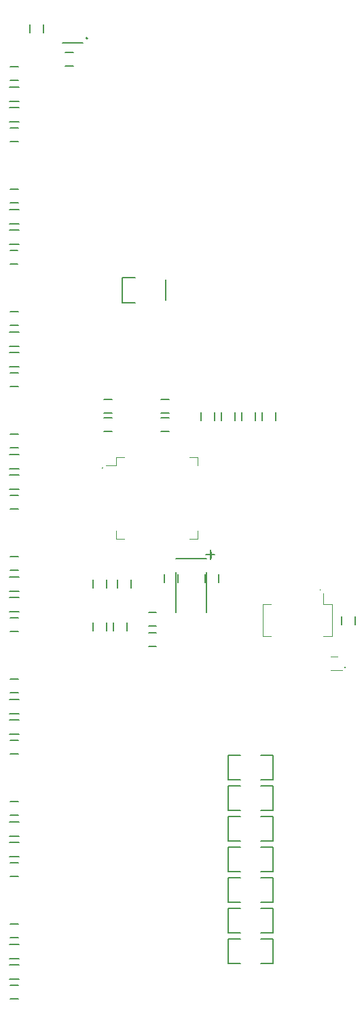
<source format=gto>
G04 #@! TF.FileFunction,Legend,Top*
%FSLAX46Y46*%
G04 Gerber Fmt 4.6, Leading zero omitted, Abs format (unit mm)*
G04 Created by KiCad (PCBNEW (2015-07-24 BZR 5989, Git 9b9c794)-product) date 27/07/2015 21:02:08*
%MOMM*%
G01*
G04 APERTURE LIST*
%ADD10C,0.100000*%
%ADD11C,0.150000*%
%ADD12C,0.119380*%
%ADD13C,0.099060*%
%ADD14C,0.152400*%
G04 APERTURE END LIST*
D10*
D11*
X77438210Y-94951047D02*
X76438210Y-94951047D01*
X76438210Y-96651047D02*
X77438210Y-96651047D01*
X77438210Y-92411047D02*
X76438210Y-92411047D01*
X76438210Y-94111047D02*
X77438210Y-94111047D01*
X85510000Y-67572000D02*
X85510000Y-68572000D01*
X87210000Y-68572000D02*
X87210000Y-67572000D01*
X82970000Y-67572000D02*
X82970000Y-68572000D01*
X84670000Y-68572000D02*
X84670000Y-67572000D01*
D12*
X72372220Y-74162920D02*
X71130160Y-74162920D01*
X72372220Y-74162920D02*
X72372220Y-73134220D01*
X72372220Y-73134220D02*
X73400920Y-73134220D01*
X72372220Y-82301080D02*
X72372220Y-83329780D01*
X72372220Y-83329780D02*
X73400920Y-83329780D01*
X82567780Y-82301080D02*
X82567780Y-83329780D01*
X82567780Y-83329780D02*
X81539080Y-83329780D01*
X82567780Y-74162920D02*
X82567780Y-73134220D01*
X82567780Y-73134220D02*
X81539080Y-73134220D01*
D13*
X70758990Y-74482960D02*
G75*
G03X70758990Y-74482960I-68250J0D01*
G01*
D11*
X71874000Y-65952000D02*
X70874000Y-65952000D01*
X70874000Y-67652000D02*
X71874000Y-67652000D01*
X74256000Y-89356710D02*
X74256000Y-88356710D01*
X72556000Y-88356710D02*
X72556000Y-89356710D01*
X71208000Y-89356710D02*
X71208000Y-88356710D01*
X69508000Y-88356710D02*
X69508000Y-89356710D01*
X73752497Y-94689958D02*
X73752497Y-93689958D01*
X72052497Y-93689958D02*
X72052497Y-94689958D01*
X71212497Y-94689958D02*
X71212497Y-93689958D01*
X69512497Y-93689958D02*
X69512497Y-94689958D01*
X80104274Y-88696314D02*
X80104274Y-87696314D01*
X78404274Y-87696314D02*
X78404274Y-88696314D01*
X77986000Y-67652000D02*
X78986000Y-67652000D01*
X78986000Y-65952000D02*
X77986000Y-65952000D01*
X77986000Y-69938000D02*
X78986000Y-69938000D01*
X78986000Y-68238000D02*
X77986000Y-68238000D01*
X85184274Y-88696314D02*
X85184274Y-87696314D01*
X83484274Y-87696314D02*
X83484274Y-88696314D01*
X71874000Y-68238000D02*
X70874000Y-68238000D01*
X70874000Y-69938000D02*
X71874000Y-69938000D01*
X88050000Y-67572000D02*
X88050000Y-68572000D01*
X89750000Y-68572000D02*
X89750000Y-67572000D01*
X90590000Y-67572000D02*
X90590000Y-68572000D01*
X92290000Y-68572000D02*
X92290000Y-67572000D01*
X59190000Y-26250000D02*
X60190000Y-26250000D01*
X60190000Y-24550000D02*
X59190000Y-24550000D01*
X59190000Y-41490000D02*
X60190000Y-41490000D01*
X60190000Y-39790000D02*
X59190000Y-39790000D01*
X60190000Y-32170000D02*
X59190000Y-32170000D01*
X59190000Y-33870000D02*
X60190000Y-33870000D01*
X60170000Y-47410000D02*
X59170000Y-47410000D01*
X59170000Y-49110000D02*
X60170000Y-49110000D01*
X59190000Y-56730000D02*
X60190000Y-56730000D01*
X60190000Y-55030000D02*
X59190000Y-55030000D01*
X59190000Y-71970000D02*
X60190000Y-71970000D01*
X60190000Y-70270000D02*
X59190000Y-70270000D01*
X60190000Y-62650000D02*
X59190000Y-62650000D01*
X59190000Y-64350000D02*
X60190000Y-64350000D01*
X60190000Y-77890000D02*
X59190000Y-77890000D01*
X59190000Y-79590000D02*
X60190000Y-79590000D01*
X59190000Y-87210000D02*
X60190000Y-87210000D01*
X60190000Y-85510000D02*
X59190000Y-85510000D01*
X59190000Y-102450000D02*
X60190000Y-102450000D01*
X60190000Y-100750000D02*
X59190000Y-100750000D01*
X60190000Y-93130000D02*
X59190000Y-93130000D01*
X59190000Y-94830000D02*
X60190000Y-94830000D01*
X60190000Y-108370000D02*
X59190000Y-108370000D01*
X59190000Y-110070000D02*
X60190000Y-110070000D01*
X59190000Y-117690000D02*
X60190000Y-117690000D01*
X60190000Y-115990000D02*
X59190000Y-115990000D01*
X59190000Y-132930000D02*
X60190000Y-132930000D01*
X60190000Y-131230000D02*
X59190000Y-131230000D01*
X60190000Y-123610000D02*
X59190000Y-123610000D01*
X59190000Y-125310000D02*
X60190000Y-125310000D01*
X60190000Y-138850000D02*
X59190000Y-138850000D01*
X59190000Y-140550000D02*
X60190000Y-140550000D01*
X59090000Y-27065000D02*
X60290000Y-27065000D01*
X60290000Y-28815000D02*
X59090000Y-28815000D01*
X59090000Y-42305000D02*
X60290000Y-42305000D01*
X60290000Y-44055000D02*
X59090000Y-44055000D01*
X59090000Y-57545000D02*
X60290000Y-57545000D01*
X60290000Y-59295000D02*
X59090000Y-59295000D01*
X59090000Y-72785000D02*
X60290000Y-72785000D01*
X60290000Y-74535000D02*
X59090000Y-74535000D01*
X59090000Y-88025000D02*
X60290000Y-88025000D01*
X60290000Y-89775000D02*
X59090000Y-89775000D01*
X59090000Y-103265000D02*
X60290000Y-103265000D01*
X60290000Y-105015000D02*
X59090000Y-105015000D01*
X59090000Y-118505000D02*
X60290000Y-118505000D01*
X60290000Y-120255000D02*
X59090000Y-120255000D01*
X59090000Y-133745000D02*
X60290000Y-133745000D01*
X60290000Y-135495000D02*
X59090000Y-135495000D01*
X83694194Y-85773154D02*
X79894354Y-85773154D01*
X83694194Y-92473674D02*
X83694194Y-87474954D01*
X79894354Y-92471134D02*
X79894354Y-87472414D01*
X84697494Y-85270234D02*
X83597674Y-85270234D01*
X84197114Y-84670794D02*
X84197114Y-85869674D01*
X66048000Y-24472000D02*
X67048000Y-24472000D01*
X67048000Y-22772000D02*
X66048000Y-22772000D01*
X61634000Y-19312000D02*
X61634000Y-20312000D01*
X63334000Y-20312000D02*
X63334000Y-19312000D01*
X59090000Y-29605000D02*
X60290000Y-29605000D01*
X60290000Y-31355000D02*
X59090000Y-31355000D01*
X59090000Y-44845000D02*
X60290000Y-44845000D01*
X60290000Y-46595000D02*
X59090000Y-46595000D01*
X59090000Y-60085000D02*
X60290000Y-60085000D01*
X60290000Y-61835000D02*
X59090000Y-61835000D01*
X59090000Y-75325000D02*
X60290000Y-75325000D01*
X60290000Y-77075000D02*
X59090000Y-77075000D01*
X59090000Y-90565000D02*
X60290000Y-90565000D01*
X60290000Y-92315000D02*
X59090000Y-92315000D01*
X59090000Y-105805000D02*
X60290000Y-105805000D01*
X60290000Y-107555000D02*
X59090000Y-107555000D01*
X59090000Y-121045000D02*
X60290000Y-121045000D01*
X60290000Y-122795000D02*
X59090000Y-122795000D01*
X59090000Y-136285000D02*
X60290000Y-136285000D01*
X60290000Y-138035000D02*
X59090000Y-138035000D01*
D12*
X100571300Y-99654360D02*
X99164140Y-99654360D01*
X99971860Y-97957640D02*
X99164140Y-97957640D01*
D13*
X101020550Y-99303840D02*
G75*
G03X101020550Y-99303840I-68250J0D01*
G01*
D12*
X98239580Y-90025542D02*
X98239580Y-91425082D01*
X98246000Y-91424062D02*
X99296000Y-91424062D01*
X99296000Y-91424062D02*
X99296000Y-95424062D01*
X99296000Y-95424062D02*
X98246000Y-95424062D01*
X91746000Y-91424062D02*
X90696000Y-91424062D01*
X90696000Y-91424062D02*
X90696000Y-95424062D01*
X90696000Y-95424062D02*
X91746000Y-95424062D01*
D13*
X97921750Y-89644542D02*
G75*
G03X97921750Y-89644542I-68250J0D01*
G01*
D11*
X65748000Y-21566000D02*
X68248000Y-21566000D01*
X68848000Y-21016000D02*
G75*
G03X68848000Y-21016000I-100000J0D01*
G01*
X102196000Y-93972000D02*
X102196000Y-92972000D01*
X100496000Y-92972000D02*
X100496000Y-93972000D01*
D14*
X87884000Y-120904000D02*
X86360000Y-120904000D01*
X86360000Y-117856000D02*
X87884000Y-117856000D01*
X86360000Y-117856000D02*
X86360000Y-120904000D01*
X91948000Y-120904000D02*
X90424000Y-120904000D01*
X90424000Y-117856000D02*
X91948000Y-117856000D01*
X91948000Y-117856000D02*
X91948000Y-120904000D01*
X87884000Y-117094000D02*
X86360000Y-117094000D01*
X86360000Y-114046000D02*
X87884000Y-114046000D01*
X86360000Y-114046000D02*
X86360000Y-117094000D01*
X91948000Y-117094000D02*
X90424000Y-117094000D01*
X90424000Y-114046000D02*
X91948000Y-114046000D01*
X91948000Y-114046000D02*
X91948000Y-117094000D01*
X87884000Y-113284000D02*
X86360000Y-113284000D01*
X86360000Y-110236000D02*
X87884000Y-110236000D01*
X86360000Y-110236000D02*
X86360000Y-113284000D01*
X91948000Y-113284000D02*
X90424000Y-113284000D01*
X90424000Y-110236000D02*
X91948000Y-110236000D01*
X91948000Y-110236000D02*
X91948000Y-113284000D01*
X87887969Y-132316584D02*
X86363969Y-132316584D01*
X86363969Y-129268584D02*
X87887969Y-129268584D01*
X86363969Y-129268584D02*
X86363969Y-132316584D01*
X91951969Y-132316584D02*
X90427969Y-132316584D01*
X90427969Y-129268584D02*
X91951969Y-129268584D01*
X91951969Y-129268584D02*
X91951969Y-132316584D01*
X87887969Y-128506584D02*
X86363969Y-128506584D01*
X86363969Y-125458584D02*
X87887969Y-125458584D01*
X86363969Y-125458584D02*
X86363969Y-128506584D01*
X91951969Y-128506584D02*
X90427969Y-128506584D01*
X90427969Y-125458584D02*
X91951969Y-125458584D01*
X91951969Y-125458584D02*
X91951969Y-128506584D01*
X87887969Y-124696584D02*
X86363969Y-124696584D01*
X86363969Y-121648584D02*
X87887969Y-121648584D01*
X86363969Y-121648584D02*
X86363969Y-124696584D01*
X91951969Y-124696584D02*
X90427969Y-124696584D01*
X90427969Y-121648584D02*
X91951969Y-121648584D01*
X91951969Y-121648584D02*
X91951969Y-124696584D01*
X87887969Y-136126584D02*
X86363969Y-136126584D01*
X86363969Y-133078584D02*
X87887969Y-133078584D01*
X86363969Y-133078584D02*
X86363969Y-136126584D01*
X91951969Y-136126584D02*
X90427969Y-136126584D01*
X90427969Y-133078584D02*
X91951969Y-133078584D01*
X91951969Y-133078584D02*
X91951969Y-136126584D01*
D11*
X78556000Y-53594000D02*
X78556000Y-51054000D01*
X73196000Y-50774000D02*
X74746000Y-50774000D01*
X74746000Y-53874000D02*
X73196000Y-53874000D01*
X73196000Y-53874000D02*
X73196000Y-50774000D01*
X84266003Y-85653726D02*
X84266003Y-84891821D01*
X84646955Y-85272773D02*
X83885050Y-85272773D01*
M02*

</source>
